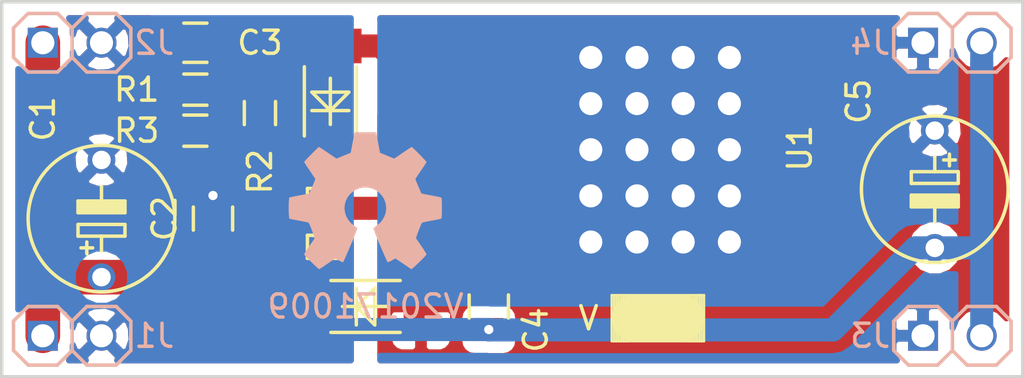
<source format=kicad_pcb>
(kicad_pcb (version 4) (host pcbnew 4.0.7-e2-6376~58~ubuntu17.04.1)

  (general
    (links 48)
    (no_connects 0)
    (area 103.556999 57.836999 147.903001 74.243001)
    (thickness 1.6)
    (drawings 4)
    (tracks 43)
    (zones 0)
    (modules 18)
    (nets 5)
  )

  (page A4)
  (layers
    (0 F.Cu signal)
    (31 B.Cu signal)
    (32 B.Adhes user)
    (33 F.Adhes user)
    (34 B.Paste user)
    (35 F.Paste user)
    (36 B.SilkS user)
    (37 F.SilkS user)
    (38 B.Mask user)
    (39 F.Mask user)
    (40 Dwgs.User user)
    (41 Cmts.User user)
    (42 Eco1.User user)
    (43 Eco2.User user)
    (44 Edge.Cuts user)
    (45 Margin user)
    (46 B.CrtYd user)
    (47 F.CrtYd user)
    (48 B.Fab user)
    (49 F.Fab user)
  )

  (setup
    (last_trace_width 1)
    (user_trace_width 0.2)
    (user_trace_width 0.3)
    (user_trace_width 0.4)
    (user_trace_width 0.6)
    (user_trace_width 0.8)
    (user_trace_width 1)
    (user_trace_width 1.5)
    (user_trace_width 2)
    (trace_clearance 0.2)
    (zone_clearance 0.508)
    (zone_45_only no)
    (trace_min 0.2)
    (segment_width 0.2)
    (edge_width 0.15)
    (via_size 0.6)
    (via_drill 0.4)
    (via_min_size 0.4)
    (via_min_drill 0.3)
    (user_via 0.5 0.3)
    (user_via 0.6 0.4)
    (user_via 0.7 0.5)
    (user_via 0.8 0.6)
    (user_via 1 0.8)
    (user_via 1.3 1)
    (user_via 1.8 1.5)
    (user_via 2.3 2)
    (uvia_size 0.3)
    (uvia_drill 0.1)
    (uvias_allowed no)
    (uvia_min_size 0.2)
    (uvia_min_drill 0.1)
    (pcb_text_width 0.3)
    (pcb_text_size 1.5 1.5)
    (mod_edge_width 0.15)
    (mod_text_size 1 1)
    (mod_text_width 0.15)
    (pad_size 1.35 4.6)
    (pad_drill 0)
    (pad_to_mask_clearance 0.1)
    (aux_axis_origin 0 0)
    (visible_elements FFFFFF7F)
    (pcbplotparams
      (layerselection 0x00030_80000001)
      (usegerberextensions false)
      (excludeedgelayer true)
      (linewidth 0.100000)
      (plotframeref false)
      (viasonmask false)
      (mode 1)
      (useauxorigin false)
      (hpglpennumber 1)
      (hpglpenspeed 20)
      (hpglpendiameter 15)
      (hpglpenoverlay 2)
      (psnegative false)
      (psa4output false)
      (plotreference true)
      (plotvalue true)
      (plotinvisibletext false)
      (padsonsilk false)
      (subtractmaskfromsilk false)
      (outputformat 1)
      (mirror false)
      (drillshape 1)
      (scaleselection 1)
      (outputdirectory ""))
  )

  (net 0 "")
  (net 1 IN)
  (net 2 GND)
  (net 3 ADJ)
  (net 4 OUT)

  (net_class Default "This is the default net class."
    (clearance 0.2)
    (trace_width 0.25)
    (via_dia 0.6)
    (via_drill 0.4)
    (uvia_dia 0.3)
    (uvia_drill 0.1)
    (add_net ADJ)
    (add_net GND)
    (add_net IN)
    (add_net OUT)
  )

  (module SquantorRcl:CPOL-05-06 (layer F.Cu) (tedit 59DBBD21) (tstamp 59DBBC4D)
    (at 107.95 67.31 90)
    (descr "ELECTROLYTIC CAPACITOR")
    (tags "ELECTROLYTIC CAPACITOR")
    (path /59DBADF9)
    (attr virtual)
    (fp_text reference C1 (at 4.318 -2.54 90) (layer F.SilkS)
      (effects (font (size 1 1) (thickness 0.15)))
    )
    (fp_text value CP (at 0 4 90) (layer F.Fab) hide
      (effects (font (size 1 1) (thickness 0.15)))
    )
    (fp_line (start 0.5 -0.8) (end 0.5 0.8) (layer F.SilkS) (width 0.5))
    (fp_line (start 0.254 1.016) (end 0.762 1.016) (layer F.SilkS) (width 0.15))
    (fp_line (start 0.762 1.016) (end 0.762 -1.016) (layer F.SilkS) (width 0.15))
    (fp_line (start 0.254 -1.016) (end 0.762 -1.016) (layer F.SilkS) (width 0.15))
    (fp_line (start 0.254 1.016) (end 0.254 -1.016) (layer F.SilkS) (width 0.15))
    (fp_line (start -1.397 0) (end -0.762 0) (layer F.SilkS) (width 0.15))
    (fp_line (start -0.762 0) (end -0.762 1.016) (layer F.SilkS) (width 0.15))
    (fp_line (start -0.762 1.016) (end -0.254 1.016) (layer F.SilkS) (width 0.15))
    (fp_line (start -0.254 1.016) (end -0.254 -1.016) (layer F.SilkS) (width 0.15))
    (fp_line (start -0.254 -1.016) (end -0.762 -1.016) (layer F.SilkS) (width 0.15))
    (fp_line (start -0.762 -1.016) (end -0.762 0) (layer F.SilkS) (width 0.15))
    (fp_line (start 0.635 0) (end 1.397 0) (layer F.SilkS) (width 0.15))
    (fp_line (start -1.524 -0.635) (end -1.016 -0.635) (layer F.SilkS) (width 0.15))
    (fp_line (start -1.27 -0.381) (end -1.27 -0.889) (layer F.SilkS) (width 0.15))
    (fp_arc (start 0 0) (end -2.8702 -1.35636) (angle 129.3) (layer F.SilkS) (width 0.15))
    (fp_arc (start 0 0) (end 2.8702 1.35636) (angle 129.3) (layer F.SilkS) (width 0.15))
    (fp_arc (start 0 0) (end -2.8702 1.35636) (angle 50.6) (layer F.SilkS) (width 0.15))
    (fp_arc (start 0 0) (end 2.8702 -1.35636) (angle 50.6) (layer F.SilkS) (width 0.15))
    (pad 1 thru_hole circle (at -2.54 0 90) (size 1.2 1.2) (drill 0.8) (layers *.Cu *.Mask)
      (net 1 IN))
    (pad 2 thru_hole circle (at 2.54 0 90) (size 1.2 1.2) (drill 0.8) (layers *.Cu *.Mask)
      (net 2 GND))
  )

  (module SquantorRcl:C_0805 (layer F.Cu) (tedit 59DBBD24) (tstamp 59DBBC53)
    (at 112.776 67.31 90)
    (descr "Capacitor SMD 0805, reflow soldering, AVX (see smccp.pdf)")
    (tags "capacitor 0805")
    (path /59DBADC8)
    (attr smd)
    (fp_text reference C2 (at 0 -2.1 90) (layer F.SilkS)
      (effects (font (size 1 1) (thickness 0.15)))
    )
    (fp_text value C (at 0 2.1 90) (layer F.Fab) hide
      (effects (font (size 1 1) (thickness 0.15)))
    )
    (fp_line (start -1 0.625) (end -1 -0.625) (layer F.Fab) (width 0.15))
    (fp_line (start 1 0.625) (end -1 0.625) (layer F.Fab) (width 0.15))
    (fp_line (start 1 -0.625) (end 1 0.625) (layer F.Fab) (width 0.15))
    (fp_line (start -1 -0.625) (end 1 -0.625) (layer F.Fab) (width 0.15))
    (fp_line (start -1.8 -1) (end 1.8 -1) (layer F.CrtYd) (width 0.05))
    (fp_line (start -1.8 1) (end 1.8 1) (layer F.CrtYd) (width 0.05))
    (fp_line (start -1.8 -1) (end -1.8 1) (layer F.CrtYd) (width 0.05))
    (fp_line (start 1.8 -1) (end 1.8 1) (layer F.CrtYd) (width 0.05))
    (fp_line (start 0.5 -0.85) (end -0.5 -0.85) (layer F.SilkS) (width 0.15))
    (fp_line (start -0.5 0.85) (end 0.5 0.85) (layer F.SilkS) (width 0.15))
    (pad 1 smd rect (at -1 0 90) (size 1 1.25) (layers F.Cu F.Paste F.Mask)
      (net 1 IN))
    (pad 2 smd rect (at 1 0 90) (size 1 1.25) (layers F.Cu F.Paste F.Mask)
      (net 2 GND))
    (model Capacitors_SMD.3dshapes/C_0805.wrl
      (at (xyz 0 0 0))
      (scale (xyz 1 1 1))
      (rotate (xyz 0 0 0))
    )
  )

  (module SquantorRcl:C_0805 (layer F.Cu) (tedit 59DBBD31) (tstamp 59DBBC59)
    (at 112.014 59.69 180)
    (descr "Capacitor SMD 0805, reflow soldering, AVX (see smccp.pdf)")
    (tags "capacitor 0805")
    (path /59DBB16A)
    (attr smd)
    (fp_text reference C3 (at -2.794 0 180) (layer F.SilkS)
      (effects (font (size 1 1) (thickness 0.15)))
    )
    (fp_text value C (at 0 2.1 180) (layer F.Fab) hide
      (effects (font (size 1 1) (thickness 0.15)))
    )
    (fp_line (start -1 0.625) (end -1 -0.625) (layer F.Fab) (width 0.15))
    (fp_line (start 1 0.625) (end -1 0.625) (layer F.Fab) (width 0.15))
    (fp_line (start 1 -0.625) (end 1 0.625) (layer F.Fab) (width 0.15))
    (fp_line (start -1 -0.625) (end 1 -0.625) (layer F.Fab) (width 0.15))
    (fp_line (start -1.8 -1) (end 1.8 -1) (layer F.CrtYd) (width 0.05))
    (fp_line (start -1.8 1) (end 1.8 1) (layer F.CrtYd) (width 0.05))
    (fp_line (start -1.8 -1) (end -1.8 1) (layer F.CrtYd) (width 0.05))
    (fp_line (start 1.8 -1) (end 1.8 1) (layer F.CrtYd) (width 0.05))
    (fp_line (start 0.5 -0.85) (end -0.5 -0.85) (layer F.SilkS) (width 0.15))
    (fp_line (start -0.5 0.85) (end 0.5 0.85) (layer F.SilkS) (width 0.15))
    (pad 1 smd rect (at -1 0 180) (size 1 1.25) (layers F.Cu F.Paste F.Mask)
      (net 3 ADJ))
    (pad 2 smd rect (at 1 0 180) (size 1 1.25) (layers F.Cu F.Paste F.Mask)
      (net 2 GND))
    (model Capacitors_SMD.3dshapes/C_0805.wrl
      (at (xyz 0 0 0))
      (scale (xyz 1 1 1))
      (rotate (xyz 0 0 0))
    )
  )

  (module SquantorRcl:C_0805 (layer F.Cu) (tedit 59DBBD49) (tstamp 59DBBC5F)
    (at 124.714 71.12 270)
    (descr "Capacitor SMD 0805, reflow soldering, AVX (see smccp.pdf)")
    (tags "capacitor 0805")
    (path /59DBB3BF)
    (attr smd)
    (fp_text reference C4 (at 1.016 -2.032 270) (layer F.SilkS)
      (effects (font (size 1 1) (thickness 0.15)))
    )
    (fp_text value C (at 0 2.1 270) (layer F.Fab) hide
      (effects (font (size 1 1) (thickness 0.15)))
    )
    (fp_line (start -1 0.625) (end -1 -0.625) (layer F.Fab) (width 0.15))
    (fp_line (start 1 0.625) (end -1 0.625) (layer F.Fab) (width 0.15))
    (fp_line (start 1 -0.625) (end 1 0.625) (layer F.Fab) (width 0.15))
    (fp_line (start -1 -0.625) (end 1 -0.625) (layer F.Fab) (width 0.15))
    (fp_line (start -1.8 -1) (end 1.8 -1) (layer F.CrtYd) (width 0.05))
    (fp_line (start -1.8 1) (end 1.8 1) (layer F.CrtYd) (width 0.05))
    (fp_line (start -1.8 -1) (end -1.8 1) (layer F.CrtYd) (width 0.05))
    (fp_line (start 1.8 -1) (end 1.8 1) (layer F.CrtYd) (width 0.05))
    (fp_line (start 0.5 -0.85) (end -0.5 -0.85) (layer F.SilkS) (width 0.15))
    (fp_line (start -0.5 0.85) (end 0.5 0.85) (layer F.SilkS) (width 0.15))
    (pad 1 smd rect (at -1 0 270) (size 1 1.25) (layers F.Cu F.Paste F.Mask)
      (net 4 OUT))
    (pad 2 smd rect (at 1 0 270) (size 1 1.25) (layers F.Cu F.Paste F.Mask)
      (net 2 GND))
    (model Capacitors_SMD.3dshapes/C_0805.wrl
      (at (xyz 0 0 0))
      (scale (xyz 1 1 1))
      (rotate (xyz 0 0 0))
    )
  )

  (module SquantorRcl:CPOL-05-06 (layer F.Cu) (tedit 59DBBD52) (tstamp 59DBBC65)
    (at 144.018 66.04 270)
    (descr "ELECTROLYTIC CAPACITOR")
    (tags "ELECTROLYTIC CAPACITOR")
    (path /59DBB41E)
    (attr virtual)
    (fp_text reference C5 (at -3.81 3.302 270) (layer F.SilkS)
      (effects (font (size 1 1) (thickness 0.15)))
    )
    (fp_text value CP (at 0 4 270) (layer F.Fab) hide
      (effects (font (size 1 1) (thickness 0.15)))
    )
    (fp_line (start 0.5 -0.8) (end 0.5 0.8) (layer F.SilkS) (width 0.5))
    (fp_line (start 0.254 1.016) (end 0.762 1.016) (layer F.SilkS) (width 0.15))
    (fp_line (start 0.762 1.016) (end 0.762 -1.016) (layer F.SilkS) (width 0.15))
    (fp_line (start 0.254 -1.016) (end 0.762 -1.016) (layer F.SilkS) (width 0.15))
    (fp_line (start 0.254 1.016) (end 0.254 -1.016) (layer F.SilkS) (width 0.15))
    (fp_line (start -1.397 0) (end -0.762 0) (layer F.SilkS) (width 0.15))
    (fp_line (start -0.762 0) (end -0.762 1.016) (layer F.SilkS) (width 0.15))
    (fp_line (start -0.762 1.016) (end -0.254 1.016) (layer F.SilkS) (width 0.15))
    (fp_line (start -0.254 1.016) (end -0.254 -1.016) (layer F.SilkS) (width 0.15))
    (fp_line (start -0.254 -1.016) (end -0.762 -1.016) (layer F.SilkS) (width 0.15))
    (fp_line (start -0.762 -1.016) (end -0.762 0) (layer F.SilkS) (width 0.15))
    (fp_line (start 0.635 0) (end 1.397 0) (layer F.SilkS) (width 0.15))
    (fp_line (start -1.524 -0.635) (end -1.016 -0.635) (layer F.SilkS) (width 0.15))
    (fp_line (start -1.27 -0.381) (end -1.27 -0.889) (layer F.SilkS) (width 0.15))
    (fp_arc (start 0 0) (end -2.8702 -1.35636) (angle 129.3) (layer F.SilkS) (width 0.15))
    (fp_arc (start 0 0) (end 2.8702 1.35636) (angle 129.3) (layer F.SilkS) (width 0.15))
    (fp_arc (start 0 0) (end -2.8702 1.35636) (angle 50.6) (layer F.SilkS) (width 0.15))
    (fp_arc (start 0 0) (end 2.8702 -1.35636) (angle 50.6) (layer F.SilkS) (width 0.15))
    (pad 1 thru_hole circle (at -2.54 0 270) (size 1.2 1.2) (drill 0.8) (layers *.Cu *.Mask)
      (net 4 OUT))
    (pad 2 thru_hole circle (at 2.54 0 270) (size 1.2 1.2) (drill 0.8) (layers *.Cu *.Mask)
      (net 2 GND))
  )

  (module SquantorDiodes:MELF_D_0207 (layer F.Cu) (tedit 59DBBD3E) (tstamp 59DBBC72)
    (at 119.38 71.12)
    (path /59DBBCD2)
    (fp_text reference D1 (at -1.778 -2.54) (layer F.SilkS)
      (effects (font (size 1 1) (thickness 0.15)))
    )
    (fp_text value D (at 0 2.3) (layer F.Fab) hide
      (effects (font (size 1 1) (thickness 0.15)))
    )
    (fp_line (start 1 0) (end -1 0) (layer F.SilkS) (width 0.15))
    (fp_line (start 0.4 0.8) (end -0.4 0) (layer F.SilkS) (width 0.15))
    (fp_line (start 0.4 -0.8) (end 0.4 0.8) (layer F.SilkS) (width 0.15))
    (fp_line (start -0.4 0) (end 0.4 -0.8) (layer F.SilkS) (width 0.15))
    (fp_line (start -0.4 -0.8) (end -0.4 0.8) (layer F.SilkS) (width 0.15))
    (fp_line (start -1.5 1.125) (end 1.5 1.125) (layer F.SilkS) (width 0.15))
    (fp_line (start -1.5 -1.125) (end 1.5 -1.125) (layer F.SilkS) (width 0.15))
    (pad 1 smd rect (at -2.4 0) (size 1.5 2.7) (layers F.Cu F.Paste F.Mask)
      (net 1 IN))
    (pad 2 smd rect (at 2.4 0) (size 1.5 2.7) (layers F.Cu F.Paste F.Mask)
      (net 4 OUT))
  )

  (module SquantorDiodes:MELF_D_0207 (layer F.Cu) (tedit 59DBBD3B) (tstamp 59DBBC7F)
    (at 117.856 62.23 90)
    (path /59DBBA28)
    (fp_text reference D2 (at -4.318 -0.254 180) (layer F.SilkS)
      (effects (font (size 1 1) (thickness 0.15)))
    )
    (fp_text value D (at 0 2.3 90) (layer F.Fab) hide
      (effects (font (size 1 1) (thickness 0.15)))
    )
    (fp_line (start 1 0) (end -1 0) (layer F.SilkS) (width 0.15))
    (fp_line (start 0.4 0.8) (end -0.4 0) (layer F.SilkS) (width 0.15))
    (fp_line (start 0.4 -0.8) (end 0.4 0.8) (layer F.SilkS) (width 0.15))
    (fp_line (start -0.4 0) (end 0.4 -0.8) (layer F.SilkS) (width 0.15))
    (fp_line (start -0.4 -0.8) (end -0.4 0.8) (layer F.SilkS) (width 0.15))
    (fp_line (start -1.5 1.125) (end 1.5 1.125) (layer F.SilkS) (width 0.15))
    (fp_line (start -1.5 -1.125) (end 1.5 -1.125) (layer F.SilkS) (width 0.15))
    (pad 1 smd rect (at -2.4 0 90) (size 1.5 2.7) (layers F.Cu F.Paste F.Mask)
      (net 4 OUT))
    (pad 2 smd rect (at 2.4 0 90) (size 1.5 2.7) (layers F.Cu F.Paste F.Mask)
      (net 3 ADJ))
  )

  (module SquantorConnectors:Header-0254-1X02-H010 (layer B.Cu) (tedit 59DBBD1B) (tstamp 59DBBC85)
    (at 106.68 72.39)
    (descr "PIN HEADER")
    (tags "PIN HEADER")
    (path /59DBBE19)
    (attr virtual)
    (fp_text reference J1 (at 3.556 0) (layer B.SilkS)
      (effects (font (size 1 1) (thickness 0.15)) (justify mirror))
    )
    (fp_text value PINS_1X02 (at 1.27 -2.54) (layer B.Fab) hide
      (effects (font (size 1 1) (thickness 0.15)) (justify mirror))
    )
    (fp_line (start -1.905 1.27) (end -0.635 1.27) (layer B.SilkS) (width 0.1524))
    (fp_line (start -0.635 1.27) (end 0 0.635) (layer B.SilkS) (width 0.1524))
    (fp_line (start 0 0.635) (end 0 -0.635) (layer B.SilkS) (width 0.1524))
    (fp_line (start 0 -0.635) (end -0.635 -1.27) (layer B.SilkS) (width 0.1524))
    (fp_line (start -2.54 0.635) (end -2.54 -0.635) (layer B.SilkS) (width 0.1524))
    (fp_line (start -1.905 1.27) (end -2.54 0.635) (layer B.SilkS) (width 0.1524))
    (fp_line (start -2.54 -0.635) (end -1.905 -1.27) (layer B.SilkS) (width 0.1524))
    (fp_line (start -0.635 -1.27) (end -1.905 -1.27) (layer B.SilkS) (width 0.1524))
    (fp_line (start 0 0.635) (end 0.635 1.27) (layer B.SilkS) (width 0.1524))
    (fp_line (start 0.635 1.27) (end 1.905 1.27) (layer B.SilkS) (width 0.1524))
    (fp_line (start 1.905 1.27) (end 2.54 0.635) (layer B.SilkS) (width 0.1524))
    (fp_line (start 2.54 0.635) (end 2.54 -0.635) (layer B.SilkS) (width 0.1524))
    (fp_line (start 2.54 -0.635) (end 1.905 -1.27) (layer B.SilkS) (width 0.1524))
    (fp_line (start 1.905 -1.27) (end 0.635 -1.27) (layer B.SilkS) (width 0.1524))
    (fp_line (start 0.635 -1.27) (end 0 -0.635) (layer B.SilkS) (width 0.1524))
    (pad 1 thru_hole rect (at -1.27 0 180) (size 1.3 1.3) (drill 1) (layers *.Cu *.Mask)
      (net 1 IN))
    (pad 2 thru_hole circle (at 1.27 0 180) (size 1.3 1.3) (drill 1) (layers *.Cu *.Mask)
      (net 2 GND))
  )

  (module SquantorConnectors:Header-0254-1X02-H010 (layer B.Cu) (tedit 59DBBD18) (tstamp 59DBBC8B)
    (at 106.68 59.69)
    (descr "PIN HEADER")
    (tags "PIN HEADER")
    (path /59DBBEF8)
    (attr virtual)
    (fp_text reference J2 (at 3.556 0) (layer B.SilkS)
      (effects (font (size 1 1) (thickness 0.15)) (justify mirror))
    )
    (fp_text value PINS_1X02 (at 1.27 -2.54) (layer B.Fab) hide
      (effects (font (size 1 1) (thickness 0.15)) (justify mirror))
    )
    (fp_line (start -1.905 1.27) (end -0.635 1.27) (layer B.SilkS) (width 0.1524))
    (fp_line (start -0.635 1.27) (end 0 0.635) (layer B.SilkS) (width 0.1524))
    (fp_line (start 0 0.635) (end 0 -0.635) (layer B.SilkS) (width 0.1524))
    (fp_line (start 0 -0.635) (end -0.635 -1.27) (layer B.SilkS) (width 0.1524))
    (fp_line (start -2.54 0.635) (end -2.54 -0.635) (layer B.SilkS) (width 0.1524))
    (fp_line (start -1.905 1.27) (end -2.54 0.635) (layer B.SilkS) (width 0.1524))
    (fp_line (start -2.54 -0.635) (end -1.905 -1.27) (layer B.SilkS) (width 0.1524))
    (fp_line (start -0.635 -1.27) (end -1.905 -1.27) (layer B.SilkS) (width 0.1524))
    (fp_line (start 0 0.635) (end 0.635 1.27) (layer B.SilkS) (width 0.1524))
    (fp_line (start 0.635 1.27) (end 1.905 1.27) (layer B.SilkS) (width 0.1524))
    (fp_line (start 1.905 1.27) (end 2.54 0.635) (layer B.SilkS) (width 0.1524))
    (fp_line (start 2.54 0.635) (end 2.54 -0.635) (layer B.SilkS) (width 0.1524))
    (fp_line (start 2.54 -0.635) (end 1.905 -1.27) (layer B.SilkS) (width 0.1524))
    (fp_line (start 1.905 -1.27) (end 0.635 -1.27) (layer B.SilkS) (width 0.1524))
    (fp_line (start 0.635 -1.27) (end 0 -0.635) (layer B.SilkS) (width 0.1524))
    (pad 1 thru_hole rect (at -1.27 0 180) (size 1.3 1.3) (drill 1) (layers *.Cu *.Mask)
      (net 1 IN))
    (pad 2 thru_hole circle (at 1.27 0 180) (size 1.3 1.3) (drill 1) (layers *.Cu *.Mask)
      (net 2 GND))
  )

  (module SquantorConnectors:Header-0254-1X02-H010 (layer B.Cu) (tedit 59DBBD45) (tstamp 59DBBC91)
    (at 144.78 72.39)
    (descr "PIN HEADER")
    (tags "PIN HEADER")
    (path /59DBC497)
    (attr virtual)
    (fp_text reference J3 (at -3.556 0) (layer B.SilkS)
      (effects (font (size 1 1) (thickness 0.15)) (justify mirror))
    )
    (fp_text value PINS_1X02 (at 1.27 -2.54) (layer B.Fab) hide
      (effects (font (size 1 1) (thickness 0.15)) (justify mirror))
    )
    (fp_line (start -1.905 1.27) (end -0.635 1.27) (layer B.SilkS) (width 0.1524))
    (fp_line (start -0.635 1.27) (end 0 0.635) (layer B.SilkS) (width 0.1524))
    (fp_line (start 0 0.635) (end 0 -0.635) (layer B.SilkS) (width 0.1524))
    (fp_line (start 0 -0.635) (end -0.635 -1.27) (layer B.SilkS) (width 0.1524))
    (fp_line (start -2.54 0.635) (end -2.54 -0.635) (layer B.SilkS) (width 0.1524))
    (fp_line (start -1.905 1.27) (end -2.54 0.635) (layer B.SilkS) (width 0.1524))
    (fp_line (start -2.54 -0.635) (end -1.905 -1.27) (layer B.SilkS) (width 0.1524))
    (fp_line (start -0.635 -1.27) (end -1.905 -1.27) (layer B.SilkS) (width 0.1524))
    (fp_line (start 0 0.635) (end 0.635 1.27) (layer B.SilkS) (width 0.1524))
    (fp_line (start 0.635 1.27) (end 1.905 1.27) (layer B.SilkS) (width 0.1524))
    (fp_line (start 1.905 1.27) (end 2.54 0.635) (layer B.SilkS) (width 0.1524))
    (fp_line (start 2.54 0.635) (end 2.54 -0.635) (layer B.SilkS) (width 0.1524))
    (fp_line (start 2.54 -0.635) (end 1.905 -1.27) (layer B.SilkS) (width 0.1524))
    (fp_line (start 1.905 -1.27) (end 0.635 -1.27) (layer B.SilkS) (width 0.1524))
    (fp_line (start 0.635 -1.27) (end 0 -0.635) (layer B.SilkS) (width 0.1524))
    (pad 1 thru_hole rect (at -1.27 0 180) (size 1.3 1.3) (drill 1) (layers *.Cu *.Mask)
      (net 4 OUT))
    (pad 2 thru_hole circle (at 1.27 0 180) (size 1.3 1.3) (drill 1) (layers *.Cu *.Mask)
      (net 2 GND))
  )

  (module SquantorConnectors:Header-0254-1X02-H010 (layer B.Cu) (tedit 59DBBD42) (tstamp 59DBBC97)
    (at 144.78 59.69)
    (descr "PIN HEADER")
    (tags "PIN HEADER")
    (path /59DBC50E)
    (attr virtual)
    (fp_text reference J4 (at -3.556 0) (layer B.SilkS)
      (effects (font (size 1 1) (thickness 0.15)) (justify mirror))
    )
    (fp_text value PINS_1X02 (at 1.27 -2.54) (layer B.Fab) hide
      (effects (font (size 1 1) (thickness 0.15)) (justify mirror))
    )
    (fp_line (start -1.905 1.27) (end -0.635 1.27) (layer B.SilkS) (width 0.1524))
    (fp_line (start -0.635 1.27) (end 0 0.635) (layer B.SilkS) (width 0.1524))
    (fp_line (start 0 0.635) (end 0 -0.635) (layer B.SilkS) (width 0.1524))
    (fp_line (start 0 -0.635) (end -0.635 -1.27) (layer B.SilkS) (width 0.1524))
    (fp_line (start -2.54 0.635) (end -2.54 -0.635) (layer B.SilkS) (width 0.1524))
    (fp_line (start -1.905 1.27) (end -2.54 0.635) (layer B.SilkS) (width 0.1524))
    (fp_line (start -2.54 -0.635) (end -1.905 -1.27) (layer B.SilkS) (width 0.1524))
    (fp_line (start -0.635 -1.27) (end -1.905 -1.27) (layer B.SilkS) (width 0.1524))
    (fp_line (start 0 0.635) (end 0.635 1.27) (layer B.SilkS) (width 0.1524))
    (fp_line (start 0.635 1.27) (end 1.905 1.27) (layer B.SilkS) (width 0.1524))
    (fp_line (start 1.905 1.27) (end 2.54 0.635) (layer B.SilkS) (width 0.1524))
    (fp_line (start 2.54 0.635) (end 2.54 -0.635) (layer B.SilkS) (width 0.1524))
    (fp_line (start 2.54 -0.635) (end 1.905 -1.27) (layer B.SilkS) (width 0.1524))
    (fp_line (start 1.905 -1.27) (end 0.635 -1.27) (layer B.SilkS) (width 0.1524))
    (fp_line (start 0.635 -1.27) (end 0 -0.635) (layer B.SilkS) (width 0.1524))
    (pad 1 thru_hole rect (at -1.27 0 180) (size 1.3 1.3) (drill 1) (layers *.Cu *.Mask)
      (net 4 OUT))
    (pad 2 thru_hole circle (at 1.27 0 180) (size 1.3 1.3) (drill 1) (layers *.Cu *.Mask)
      (net 2 GND))
  )

  (module SquantorRcl:R_0603_hand (layer F.Cu) (tedit 59DBBD38) (tstamp 59DBBC9D)
    (at 112.014 61.722 180)
    (descr "Resistor SMD 0603, reflow soldering, Vishay (see dcrcw.pdf)")
    (tags "resistor 0603")
    (path /59DBB021)
    (attr smd)
    (fp_text reference R1 (at 2.54 0 360) (layer F.SilkS)
      (effects (font (size 1 1) (thickness 0.15)))
    )
    (fp_text value R (at 0 1.9 180) (layer F.Fab) hide
      (effects (font (size 1 1) (thickness 0.15)))
    )
    (fp_line (start -0.8 0.4) (end -0.8 -0.4) (layer F.Fab) (width 0.1))
    (fp_line (start 0.8 0.4) (end -0.8 0.4) (layer F.Fab) (width 0.1))
    (fp_line (start 0.8 -0.4) (end 0.8 0.4) (layer F.Fab) (width 0.1))
    (fp_line (start -0.8 -0.4) (end 0.8 -0.4) (layer F.Fab) (width 0.1))
    (fp_line (start -1.5 -0.8) (end 1.5 -0.8) (layer F.CrtYd) (width 0.05))
    (fp_line (start -1.5 0.8) (end 1.5 0.8) (layer F.CrtYd) (width 0.05))
    (fp_line (start -1.5 -0.8) (end -1.5 0.8) (layer F.CrtYd) (width 0.05))
    (fp_line (start 1.5 -0.8) (end 1.5 0.8) (layer F.CrtYd) (width 0.05))
    (fp_line (start 0.5 0.675) (end -0.5 0.675) (layer F.SilkS) (width 0.15))
    (fp_line (start -0.5 -0.675) (end 0.5 -0.675) (layer F.SilkS) (width 0.15))
    (pad 1 smd rect (at -0.85 0 180) (size 0.7 0.9) (layers F.Cu F.Paste F.Mask)
      (net 3 ADJ))
    (pad 2 smd rect (at 0.85 0 180) (size 0.7 0.9) (layers F.Cu F.Paste F.Mask)
      (net 2 GND))
    (model Resistors_SMD.3dshapes/R_0603.wrl
      (at (xyz 0 0 0))
      (scale (xyz 1 1 1))
      (rotate (xyz 0 0 0))
    )
  )

  (module SquantorRcl:R_0603_hand (layer F.Cu) (tedit 59DBBD2D) (tstamp 59DBBCA3)
    (at 114.808 62.738 90)
    (descr "Resistor SMD 0603, reflow soldering, Vishay (see dcrcw.pdf)")
    (tags "resistor 0603")
    (path /59DBAF75)
    (attr smd)
    (fp_text reference R2 (at -2.54 0 90) (layer F.SilkS)
      (effects (font (size 1 1) (thickness 0.15)))
    )
    (fp_text value 220 (at 0 1.9 90) (layer F.Fab) hide
      (effects (font (size 1 1) (thickness 0.15)))
    )
    (fp_line (start -0.8 0.4) (end -0.8 -0.4) (layer F.Fab) (width 0.1))
    (fp_line (start 0.8 0.4) (end -0.8 0.4) (layer F.Fab) (width 0.1))
    (fp_line (start 0.8 -0.4) (end 0.8 0.4) (layer F.Fab) (width 0.1))
    (fp_line (start -0.8 -0.4) (end 0.8 -0.4) (layer F.Fab) (width 0.1))
    (fp_line (start -1.5 -0.8) (end 1.5 -0.8) (layer F.CrtYd) (width 0.05))
    (fp_line (start -1.5 0.8) (end 1.5 0.8) (layer F.CrtYd) (width 0.05))
    (fp_line (start -1.5 -0.8) (end -1.5 0.8) (layer F.CrtYd) (width 0.05))
    (fp_line (start 1.5 -0.8) (end 1.5 0.8) (layer F.CrtYd) (width 0.05))
    (fp_line (start 0.5 0.675) (end -0.5 0.675) (layer F.SilkS) (width 0.15))
    (fp_line (start -0.5 -0.675) (end 0.5 -0.675) (layer F.SilkS) (width 0.15))
    (pad 1 smd rect (at -0.85 0 90) (size 0.7 0.9) (layers F.Cu F.Paste F.Mask)
      (net 4 OUT))
    (pad 2 smd rect (at 0.85 0 90) (size 0.7 0.9) (layers F.Cu F.Paste F.Mask)
      (net 3 ADJ))
    (model Resistors_SMD.3dshapes/R_0603.wrl
      (at (xyz 0 0 0))
      (scale (xyz 1 1 1))
      (rotate (xyz 0 0 0))
    )
  )

  (module SquantorRcl:R_0603_hand (layer F.Cu) (tedit 59DBBD35) (tstamp 59DBBCA9)
    (at 112.014 63.5 180)
    (descr "Resistor SMD 0603, reflow soldering, Vishay (see dcrcw.pdf)")
    (tags "resistor 0603")
    (path /59DBB07D)
    (attr smd)
    (fp_text reference R3 (at 2.54 0 180) (layer F.SilkS)
      (effects (font (size 1 1) (thickness 0.15)))
    )
    (fp_text value R (at 0 1.9 180) (layer F.Fab) hide
      (effects (font (size 1 1) (thickness 0.15)))
    )
    (fp_line (start -0.8 0.4) (end -0.8 -0.4) (layer F.Fab) (width 0.1))
    (fp_line (start 0.8 0.4) (end -0.8 0.4) (layer F.Fab) (width 0.1))
    (fp_line (start 0.8 -0.4) (end 0.8 0.4) (layer F.Fab) (width 0.1))
    (fp_line (start -0.8 -0.4) (end 0.8 -0.4) (layer F.Fab) (width 0.1))
    (fp_line (start -1.5 -0.8) (end 1.5 -0.8) (layer F.CrtYd) (width 0.05))
    (fp_line (start -1.5 0.8) (end 1.5 0.8) (layer F.CrtYd) (width 0.05))
    (fp_line (start -1.5 -0.8) (end -1.5 0.8) (layer F.CrtYd) (width 0.05))
    (fp_line (start 1.5 -0.8) (end 1.5 0.8) (layer F.CrtYd) (width 0.05))
    (fp_line (start 0.5 0.675) (end -0.5 0.675) (layer F.SilkS) (width 0.15))
    (fp_line (start -0.5 -0.675) (end 0.5 -0.675) (layer F.SilkS) (width 0.15))
    (pad 1 smd rect (at -0.85 0 180) (size 0.7 0.9) (layers F.Cu F.Paste F.Mask)
      (net 3 ADJ))
    (pad 2 smd rect (at 0.85 0 180) (size 0.7 0.9) (layers F.Cu F.Paste F.Mask)
      (net 2 GND))
    (model Resistors_SMD.3dshapes/R_0603.wrl
      (at (xyz 0 0 0))
      (scale (xyz 1 1 1))
      (rotate (xyz 0 0 0))
    )
  )

  (module SquantorIC:TO-263-D2PAK-3-3-viapad (layer F.Cu) (tedit 59DBC49A) (tstamp 59DBBCC5)
    (at 126.128 64.326 270)
    (path /59DBAC0A)
    (fp_text reference U1 (at -0.064 -12.048 270) (layer F.SilkS)
      (effects (font (size 1 1) (thickness 0.15)))
    )
    (fp_text value LM317 (at 0 6.9 270) (layer F.Fab) hide
      (effects (font (size 1 1) (thickness 0.15)))
    )
    (pad 2 smd rect (at 0 -5.7) (size 9.4 10.8) (layers F.Cu F.Paste F.Mask)
      (net 4 OUT) (zone_connect 2))
    (pad 1 smd rect (at -2.54 3.3 90) (size 1.35 4.6) (layers F.Cu F.Paste F.Mask)
      (net 3 ADJ))
    (pad 3 smd rect (at 2.54 3.3 90) (size 1.35 4.6) (layers F.Cu F.Paste F.Mask)
      (net 1 IN))
    (pad 2 thru_hole rect (at -4 -9 90) (size 2 2) (drill 1) (layers *.Cu *.Mask)
      (net 4 OUT) (zone_connect 2))
    (pad 2 thru_hole rect (at -2 -9 90) (size 2 2) (drill 1) (layers *.Cu *.Mask)
      (net 4 OUT) (zone_connect 2))
    (pad 2 thru_hole rect (at 0 -9 90) (size 2 2) (drill 1) (layers *.Cu *.Mask)
      (net 4 OUT) (zone_connect 2))
    (pad 2 thru_hole rect (at 2 -9 90) (size 2 2) (drill 1) (layers *.Cu *.Mask)
      (net 4 OUT) (zone_connect 2))
    (pad 2 thru_hole rect (at 4 -9 90) (size 2 2) (drill 1) (layers *.Cu *.Mask)
      (net 4 OUT) (zone_connect 2))
    (pad 2 thru_hole rect (at -4 -7 90) (size 2 2) (drill 1) (layers *.Cu *.Mask)
      (net 4 OUT) (zone_connect 2))
    (pad 2 thru_hole rect (at -4 -5 90) (size 2 2) (drill 1) (layers *.Cu *.Mask)
      (net 4 OUT) (zone_connect 2))
    (pad 2 thru_hole rect (at -4 -3 90) (size 2 2) (drill 1) (layers *.Cu *.Mask)
      (net 4 OUT) (zone_connect 2))
    (pad 2 thru_hole rect (at -2 -3 90) (size 2 2) (drill 1) (layers *.Cu *.Mask)
      (net 4 OUT) (zone_connect 2))
    (pad 2 thru_hole rect (at 4 -7 90) (size 2 2) (drill 1) (layers *.Cu *.Mask)
      (net 4 OUT) (zone_connect 2))
    (pad 2 thru_hole rect (at 4 -5 90) (size 2 2) (drill 1) (layers *.Cu *.Mask)
      (net 4 OUT) (zone_connect 2))
    (pad 2 thru_hole rect (at 4 -3 90) (size 2 2) (drill 1) (layers *.Cu *.Mask)
      (net 4 OUT) (zone_connect 2))
    (pad 2 thru_hole rect (at 2 -3 90) (size 2 2) (drill 1) (layers *.Cu *.Mask)
      (net 4 OUT) (zone_connect 2))
    (pad 2 thru_hole rect (at 0 -3 90) (size 2 2) (drill 1) (layers *.Cu *.Mask)
      (net 4 OUT) (zone_connect 2))
    (pad 2 thru_hole rect (at -2 -5 90) (size 2 2) (drill 1) (layers *.Cu *.Mask)
      (net 4 OUT) (zone_connect 2))
    (pad 2 thru_hole rect (at -2 -7 90) (size 2 2) (drill 1) (layers *.Cu *.Mask)
      (net 4 OUT) (zone_connect 2))
    (pad 2 thru_hole rect (at 0 -7 90) (size 2 2) (drill 1) (layers *.Cu *.Mask)
      (net 4 OUT) (zone_connect 2))
    (pad 2 thru_hole rect (at 0 -5 90) (size 2 2) (drill 1) (layers *.Cu *.Mask)
      (net 4 OUT) (zone_connect 2))
    (pad 2 thru_hole rect (at 2 -5 90) (size 2 2) (drill 1) (layers *.Cu *.Mask)
      (net 4 OUT) (zone_connect 2))
    (pad 2 thru_hole rect (at 2 -7 90) (size 2 2) (drill 1) (layers *.Cu *.Mask)
      (net 4 OUT) (zone_connect 2))
    (pad 2 smd rect (at 0 3.3 90) (size 1.35 4.6) (layers F.Cu F.Paste F.Mask)
      (net 4 OUT) (zone_connect 2))
  )

  (module SquantorLabels:Label_Note_small (layer F.Cu) (tedit 59D3F481) (tstamp 59DBC687)
    (at 129.032 71.628)
    (path /59DBC6A7)
    (fp_text reference N1 (at -0.05 -2.3) (layer F.Fab) hide
      (effects (font (size 1 1) (thickness 0.15)))
    )
    (fp_text value V (at 0 0) (layer F.SilkS)
      (effects (font (size 1 1) (thickness 0.15)))
    )
    (fp_line (start 4.9 -1) (end 4.9 1) (layer F.SilkS) (width 0.1))
    (fp_line (start 4.8 -1) (end 4.9 -1) (layer F.SilkS) (width 0.1))
    (fp_line (start 4.8 1) (end 4.8 -1) (layer F.SilkS) (width 0.1))
    (fp_line (start 4.7 -1) (end 4.7 1) (layer F.SilkS) (width 0.1))
    (fp_line (start 4.6 1) (end 4.6 -1) (layer F.SilkS) (width 0.1))
    (fp_line (start 4.5 -1) (end 4.5 1) (layer F.SilkS) (width 0.1))
    (fp_line (start 4.4 1) (end 4.4 -1) (layer F.SilkS) (width 0.1))
    (fp_line (start 4.3 -1) (end 4.3 1) (layer F.SilkS) (width 0.1))
    (fp_line (start 1.7 1) (end 1.7 -1) (layer F.SilkS) (width 0.1))
    (fp_line (start 1.6 -1) (end 1.6 1) (layer F.SilkS) (width 0.1))
    (fp_line (start 1.5 1) (end 1.5 -1) (layer F.SilkS) (width 0.1))
    (fp_line (start 1.4 -1) (end 1.4 1) (layer F.SilkS) (width 0.1))
    (fp_line (start 1.3 1) (end 1.3 -1) (layer F.SilkS) (width 0.1))
    (fp_line (start 1.2 -1) (end 1.2 1) (layer F.SilkS) (width 0.1))
    (fp_line (start 1.1 1) (end 1.1 -1) (layer F.SilkS) (width 0.1))
    (fp_line (start 1 1) (end 1 -1) (layer F.SilkS) (width 0.1))
    (fp_line (start 5 1) (end 1 1) (layer F.SilkS) (width 0.1))
    (fp_line (start 5 -1) (end 5 1) (layer F.SilkS) (width 0.1))
    (fp_line (start 1 -1) (end 5 -1) (layer F.SilkS) (width 0.1))
    (fp_line (start 2 0) (end 4 0) (layer F.SilkS) (width 2))
  )

  (module Symbols:OSHW-Symbol_6.7x6mm_SilkScreen (layer B.Cu) (tedit 0) (tstamp 59DBC68B)
    (at 119.38 66.548 180)
    (descr "Open Source Hardware Symbol")
    (tags "Logo Symbol OSHW")
    (path /59DBC620)
    (attr virtual)
    (fp_text reference N2 (at 0 0 180) (layer B.SilkS) hide
      (effects (font (size 1 1) (thickness 0.15)) (justify mirror))
    )
    (fp_text value OHWLOGO (at 0.75 0 180) (layer B.Fab) hide
      (effects (font (size 1 1) (thickness 0.15)) (justify mirror))
    )
    (fp_poly (pts (xy 0.555814 2.531069) (xy 0.639635 2.086445) (xy 0.94892 1.958947) (xy 1.258206 1.831449)
      (xy 1.629246 2.083754) (xy 1.733157 2.154004) (xy 1.827087 2.216728) (xy 1.906652 2.269062)
      (xy 1.96747 2.308143) (xy 2.005157 2.331107) (xy 2.015421 2.336058) (xy 2.03391 2.323324)
      (xy 2.07342 2.288118) (xy 2.129522 2.234938) (xy 2.197787 2.168282) (xy 2.273786 2.092646)
      (xy 2.353092 2.012528) (xy 2.431275 1.932426) (xy 2.503907 1.856836) (xy 2.566559 1.790255)
      (xy 2.614803 1.737182) (xy 2.64421 1.702113) (xy 2.651241 1.690377) (xy 2.641123 1.66874)
      (xy 2.612759 1.621338) (xy 2.569129 1.552807) (xy 2.513218 1.467785) (xy 2.448006 1.370907)
      (xy 2.410219 1.31565) (xy 2.341343 1.214752) (xy 2.28014 1.123701) (xy 2.229578 1.04703)
      (xy 2.192628 0.989272) (xy 2.172258 0.954957) (xy 2.169197 0.947746) (xy 2.176136 0.927252)
      (xy 2.195051 0.879487) (xy 2.223087 0.811168) (xy 2.257391 0.729011) (xy 2.295109 0.63973)
      (xy 2.333387 0.550042) (xy 2.36937 0.466662) (xy 2.400206 0.396306) (xy 2.423039 0.34569)
      (xy 2.435017 0.321529) (xy 2.435724 0.320578) (xy 2.454531 0.315964) (xy 2.504618 0.305672)
      (xy 2.580793 0.290713) (xy 2.677865 0.272099) (xy 2.790643 0.250841) (xy 2.856442 0.238582)
      (xy 2.97695 0.215638) (xy 3.085797 0.193805) (xy 3.177476 0.174278) (xy 3.246481 0.158252)
      (xy 3.287304 0.146921) (xy 3.295511 0.143326) (xy 3.303548 0.118994) (xy 3.310033 0.064041)
      (xy 3.31497 -0.015108) (xy 3.318364 -0.112026) (xy 3.320218 -0.220287) (xy 3.320538 -0.333465)
      (xy 3.319327 -0.445135) (xy 3.31659 -0.548868) (xy 3.312331 -0.638241) (xy 3.306555 -0.706826)
      (xy 3.299267 -0.748197) (xy 3.294895 -0.75681) (xy 3.268764 -0.767133) (xy 3.213393 -0.781892)
      (xy 3.136107 -0.799352) (xy 3.04423 -0.81778) (xy 3.012158 -0.823741) (xy 2.857524 -0.852066)
      (xy 2.735375 -0.874876) (xy 2.641673 -0.89308) (xy 2.572384 -0.907583) (xy 2.523471 -0.919292)
      (xy 2.490897 -0.929115) (xy 2.470628 -0.937956) (xy 2.458626 -0.946724) (xy 2.456947 -0.948457)
      (xy 2.440184 -0.976371) (xy 2.414614 -1.030695) (xy 2.382788 -1.104777) (xy 2.34726 -1.191965)
      (xy 2.310583 -1.285608) (xy 2.275311 -1.379052) (xy 2.243996 -1.465647) (xy 2.219193 -1.53874)
      (xy 2.203454 -1.591678) (xy 2.199332 -1.617811) (xy 2.199676 -1.618726) (xy 2.213641 -1.640086)
      (xy 2.245322 -1.687084) (xy 2.291391 -1.754827) (xy 2.348518 -1.838423) (xy 2.413373 -1.932982)
      (xy 2.431843 -1.959854) (xy 2.497699 -2.057275) (xy 2.55565 -2.146163) (xy 2.602538 -2.221412)
      (xy 2.635207 -2.27792) (xy 2.6505 -2.310581) (xy 2.651241 -2.314593) (xy 2.638392 -2.335684)
      (xy 2.602888 -2.377464) (xy 2.549293 -2.435445) (xy 2.482171 -2.505135) (xy 2.406087 -2.582045)
      (xy 2.325604 -2.661683) (xy 2.245287 -2.739561) (xy 2.169699 -2.811186) (xy 2.103405 -2.87207)
      (xy 2.050969 -2.917721) (xy 2.016955 -2.94365) (xy 2.007545 -2.947883) (xy 1.985643 -2.937912)
      (xy 1.9408 -2.91102) (xy 1.880321 -2.871736) (xy 1.833789 -2.840117) (xy 1.749475 -2.782098)
      (xy 1.649626 -2.713784) (xy 1.549473 -2.645579) (xy 1.495627 -2.609075) (xy 1.313371 -2.4858)
      (xy 1.160381 -2.56852) (xy 1.090682 -2.604759) (xy 1.031414 -2.632926) (xy 0.991311 -2.648991)
      (xy 0.981103 -2.651226) (xy 0.968829 -2.634722) (xy 0.944613 -2.588082) (xy 0.910263 -2.515609)
      (xy 0.867588 -2.421606) (xy 0.818394 -2.310374) (xy 0.76449 -2.186215) (xy 0.707684 -2.053432)
      (xy 0.649782 -1.916327) (xy 0.592593 -1.779202) (xy 0.537924 -1.646358) (xy 0.487584 -1.522098)
      (xy 0.44338 -1.410725) (xy 0.407119 -1.316539) (xy 0.380609 -1.243844) (xy 0.365658 -1.196941)
      (xy 0.363254 -1.180833) (xy 0.382311 -1.160286) (xy 0.424036 -1.126933) (xy 0.479706 -1.087702)
      (xy 0.484378 -1.084599) (xy 0.628264 -0.969423) (xy 0.744283 -0.835053) (xy 0.83143 -0.685784)
      (xy 0.888699 -0.525913) (xy 0.915086 -0.359737) (xy 0.909585 -0.191552) (xy 0.87119 -0.025655)
      (xy 0.798895 0.133658) (xy 0.777626 0.168513) (xy 0.666996 0.309263) (xy 0.536302 0.422286)
      (xy 0.390064 0.506997) (xy 0.232808 0.562806) (xy 0.069057 0.589126) (xy -0.096667 0.58537)
      (xy -0.259838 0.55095) (xy -0.415935 0.485277) (xy -0.560433 0.387765) (xy -0.605131 0.348187)
      (xy -0.718888 0.224297) (xy -0.801782 0.093876) (xy -0.858644 -0.052315) (xy -0.890313 -0.197088)
      (xy -0.898131 -0.35986) (xy -0.872062 -0.52344) (xy -0.814755 -0.682298) (xy -0.728856 -0.830906)
      (xy -0.617014 -0.963735) (xy -0.481877 -1.075256) (xy -0.464117 -1.087011) (xy -0.40785 -1.125508)
      (xy -0.365077 -1.158863) (xy -0.344628 -1.18016) (xy -0.344331 -1.180833) (xy -0.348721 -1.203871)
      (xy -0.366124 -1.256157) (xy -0.394732 -1.33339) (xy -0.432735 -1.431268) (xy -0.478326 -1.545491)
      (xy -0.529697 -1.671758) (xy -0.585038 -1.805767) (xy -0.642542 -1.943218) (xy -0.700399 -2.079808)
      (xy -0.756802 -2.211237) (xy -0.809942 -2.333205) (xy -0.85801 -2.441409) (xy -0.899199 -2.531549)
      (xy -0.931699 -2.599323) (xy -0.953703 -2.64043) (xy -0.962564 -2.651226) (xy -0.98964 -2.642819)
      (xy -1.040303 -2.620272) (xy -1.105817 -2.587613) (xy -1.141841 -2.56852) (xy -1.294832 -2.4858)
      (xy -1.477088 -2.609075) (xy -1.570125 -2.672228) (xy -1.671985 -2.741727) (xy -1.767438 -2.807165)
      (xy -1.81525 -2.840117) (xy -1.882495 -2.885273) (xy -1.939436 -2.921057) (xy -1.978646 -2.942938)
      (xy -1.991381 -2.947563) (xy -2.009917 -2.935085) (xy -2.050941 -2.900252) (xy -2.110475 -2.846678)
      (xy -2.184542 -2.777983) (xy -2.269165 -2.697781) (xy -2.322685 -2.646286) (xy -2.416319 -2.554286)
      (xy -2.497241 -2.471999) (xy -2.562177 -2.402945) (xy -2.607858 -2.350644) (xy -2.631011 -2.318616)
      (xy -2.633232 -2.312116) (xy -2.622924 -2.287394) (xy -2.594439 -2.237405) (xy -2.550937 -2.167212)
      (xy -2.495577 -2.081875) (xy -2.43152 -1.986456) (xy -2.413303 -1.959854) (xy -2.346927 -1.863167)
      (xy -2.287378 -1.776117) (xy -2.237984 -1.703595) (xy -2.202075 -1.650493) (xy -2.182981 -1.621703)
      (xy -2.181136 -1.618726) (xy -2.183895 -1.595782) (xy -2.198538 -1.545336) (xy -2.222513 -1.474041)
      (xy -2.253266 -1.388547) (xy -2.288244 -1.295507) (xy -2.324893 -1.201574) (xy -2.360661 -1.113399)
      (xy -2.392994 -1.037634) (xy -2.419338 -0.980931) (xy -2.437142 -0.949943) (xy -2.438407 -0.948457)
      (xy -2.449294 -0.939601) (xy -2.467682 -0.930843) (xy -2.497606 -0.921277) (xy -2.543103 -0.909996)
      (xy -2.608209 -0.896093) (xy -2.696961 -0.878663) (xy -2.813393 -0.856798) (xy -2.961542 -0.829591)
      (xy -2.993618 -0.823741) (xy -3.088686 -0.805374) (xy -3.171565 -0.787405) (xy -3.23493 -0.771569)
      (xy -3.271458 -0.7596) (xy -3.276356 -0.75681) (xy -3.284427 -0.732072) (xy -3.290987 -0.67679)
      (xy -3.296033 -0.597389) (xy -3.299559 -0.500296) (xy -3.301561 -0.391938) (xy -3.302036 -0.27874)
      (xy -3.300977 -0.167128) (xy -3.298382 -0.063529) (xy -3.294246 0.025632) (xy -3.288563 0.093928)
      (xy -3.281331 0.134934) (xy -3.276971 0.143326) (xy -3.252698 0.151792) (xy -3.197426 0.165565)
      (xy -3.116662 0.18345) (xy -3.015912 0.204252) (xy -2.900683 0.226777) (xy -2.837902 0.238582)
      (xy -2.718787 0.260849) (xy -2.612565 0.281021) (xy -2.524427 0.298085) (xy -2.459566 0.311031)
      (xy -2.423174 0.318845) (xy -2.417184 0.320578) (xy -2.407061 0.34011) (xy -2.385662 0.387157)
      (xy -2.355839 0.454997) (xy -2.320445 0.536909) (xy -2.282332 0.626172) (xy -2.244353 0.716065)
      (xy -2.20936 0.799865) (xy -2.180206 0.870853) (xy -2.159743 0.922306) (xy -2.150823 0.947503)
      (xy -2.150657 0.948604) (xy -2.160769 0.968481) (xy -2.189117 1.014223) (xy -2.232723 1.081283)
      (xy -2.288606 1.165116) (xy -2.353787 1.261174) (xy -2.391679 1.31635) (xy -2.460725 1.417519)
      (xy -2.52205 1.50937) (xy -2.572663 1.587256) (xy -2.609571 1.646531) (xy -2.629782 1.682549)
      (xy -2.632701 1.690623) (xy -2.620153 1.709416) (xy -2.585463 1.749543) (xy -2.533063 1.806507)
      (xy -2.467384 1.875815) (xy -2.392856 1.952969) (xy -2.313913 2.033475) (xy -2.234983 2.112837)
      (xy -2.1605 2.18656) (xy -2.094894 2.250148) (xy -2.042596 2.299106) (xy -2.008039 2.328939)
      (xy -1.996478 2.336058) (xy -1.977654 2.326047) (xy -1.932631 2.297922) (xy -1.865787 2.254546)
      (xy -1.781499 2.198782) (xy -1.684144 2.133494) (xy -1.610707 2.083754) (xy -1.239667 1.831449)
      (xy -0.621095 2.086445) (xy -0.537275 2.531069) (xy -0.453454 2.975693) (xy 0.471994 2.975693)
      (xy 0.555814 2.531069)) (layer B.SilkS) (width 0.01))
  )

  (module SquantorLabels:Label_version (layer F.Cu) (tedit 59D3ED5E) (tstamp 59DBC68F)
    (at 119.38 71.12)
    (path /59DBC5A7)
    (fp_text reference N3 (at 0 2) (layer F.Fab) hide
      (effects (font (size 1 1) (thickness 0.15)))
    )
    (fp_text value V20171009 (at 0 0) (layer B.SilkS)
      (effects (font (size 1 1) (thickness 0.15)) (justify mirror))
    )
  )

  (gr_line (start 147.828 74.168) (end 103.632 74.168) (angle 90) (layer Edge.Cuts) (width 0.15))
  (gr_line (start 147.828 57.912) (end 147.828 74.168) (angle 90) (layer Edge.Cuts) (width 0.15))
  (gr_line (start 103.632 57.912) (end 147.828 57.912) (angle 90) (layer Edge.Cuts) (width 0.15))
  (gr_line (start 103.632 74.168) (end 103.632 57.912) (angle 90) (layer Edge.Cuts) (width 0.15))

  (segment (start 122.828 66.866) (end 119.528 66.866) (width 1) (layer F.Cu) (net 1))
  (segment (start 119.528 66.866) (end 118.3 66.866) (width 1) (layer F.Cu) (net 1))
  (segment (start 105.41 59.69) (end 105.41 70.24) (width 1.5) (layer F.Cu) (net 1))
  (segment (start 107.95 69.85) (end 112.776 69.85) (width 1.5) (layer F.Cu) (net 1))
  (segment (start 112.776 69.85) (end 115.316 69.85) (width 1.5) (layer F.Cu) (net 1))
  (segment (start 112.776 68.31) (end 112.776 69.85) (width 1) (layer F.Cu) (net 1))
  (segment (start 116.762 71.12) (end 115.492 69.85) (width 1.5) (layer F.Cu) (net 1))
  (segment (start 115.492 69.85) (end 115.316 69.85) (width 1.5) (layer F.Cu) (net 1))
  (segment (start 115.316 69.85) (end 118.3 66.866) (width 1.5) (layer F.Cu) (net 1))
  (segment (start 105.8 69.85) (end 107.95 69.85) (width 1.5) (layer F.Cu) (net 1))
  (segment (start 105.41 72.39) (end 105.41 70.24) (width 1.5) (layer F.Cu) (net 1))
  (segment (start 105.41 70.24) (end 105.8 69.85) (width 1.5) (layer F.Cu) (net 1))
  (segment (start 112.776 71.374) (end 112.776 66.31) (width 1) (layer B.Cu) (net 2))
  (via (at 112.776 66.31) (size 0.6) (drill 0.4) (layers F.Cu B.Cu) (net 2))
  (segment (start 113.522 72.12) (end 112.776 71.374) (width 1) (layer B.Cu) (net 2))
  (segment (start 124.714 72.12) (end 113.522 72.12) (width 1) (layer B.Cu) (net 2))
  (segment (start 139.613472 72.136) (end 124.73 72.136) (width 1) (layer B.Cu) (net 2))
  (segment (start 124.73 72.136) (end 124.714 72.12) (width 1) (layer B.Cu) (net 2))
  (via (at 124.714 72.12) (size 0.6) (drill 0.4) (layers F.Cu B.Cu) (net 2))
  (segment (start 144.018 68.58) (end 143.169472 68.58) (width 1) (layer B.Cu) (net 2))
  (segment (start 143.169472 68.58) (end 139.613472 72.136) (width 1) (layer B.Cu) (net 2))
  (segment (start 146.05 60.609238) (end 146.05 68.58) (width 1) (layer B.Cu) (net 2))
  (segment (start 146.05 68.58) (end 146.05 72.39) (width 1) (layer B.Cu) (net 2))
  (segment (start 144.018 68.58) (end 146.05 68.58) (width 1) (layer B.Cu) (net 2))
  (segment (start 146.05 59.69) (end 146.05 60.609238) (width 1) (layer B.Cu) (net 2))
  (segment (start 113.958 61.888) (end 113.958 61.866) (width 0.6) (layer F.Cu) (net 3))
  (segment (start 113.958 61.866) (end 113.814 61.722) (width 0.6) (layer F.Cu) (net 3))
  (segment (start 113.814 61.722) (end 112.864 61.722) (width 0.6) (layer F.Cu) (net 3))
  (segment (start 114.808 61.888) (end 113.958 61.888) (width 0.6) (layer F.Cu) (net 3))
  (segment (start 112.864 61.126) (end 113.014 60.976) (width 0.6) (layer F.Cu) (net 3))
  (segment (start 113.014 60.976) (end 113.014 59.69) (width 0.6) (layer F.Cu) (net 3))
  (segment (start 112.864 61.722) (end 112.864 61.126) (width 0.6) (layer F.Cu) (net 3))
  (segment (start 112.864 63.5) (end 112.864 61.722) (width 0.6) (layer F.Cu) (net 3))
  (segment (start 117.856 59.83) (end 113.154 59.83) (width 1) (layer F.Cu) (net 3))
  (segment (start 113.154 59.83) (end 113.014 59.69) (width 1) (layer F.Cu) (net 3))
  (segment (start 122.828 61.786) (end 121.984 61.786) (width 1) (layer F.Cu) (net 3))
  (segment (start 121.984 61.786) (end 120.028 59.83) (width 1) (layer F.Cu) (net 3))
  (segment (start 120.028 59.83) (end 117.856 59.83) (width 1) (layer F.Cu) (net 3))
  (segment (start 117.856 64.63) (end 122.524 64.63) (width 1) (layer F.Cu) (net 4))
  (segment (start 122.524 64.63) (end 122.828 64.326) (width 1) (layer F.Cu) (net 4))
  (segment (start 117.856 64.63) (end 114.9 64.63) (width 0.6) (layer F.Cu) (net 4))
  (segment (start 114.9 64.63) (end 114.808 64.538) (width 0.6) (layer F.Cu) (net 4))
  (segment (start 114.808 64.538) (end 114.808 63.588) (width 0.6) (layer F.Cu) (net 4))

  (zone (net 4) (net_name OUT) (layer F.Cu) (tstamp 0) (hatch edge 0.508)
    (connect_pads (clearance 0.508))
    (min_thickness 0.254)
    (fill yes (arc_segments 16) (thermal_gap 0.508) (thermal_bridge_width 0.508))
    (polygon
      (pts
        (xy 147.828 57.912) (xy 119.888 57.912) (xy 119.888 74.168) (xy 147.828 74.168)
      )
    )
    (filled_polygon
      (pts
        (xy 142.321673 58.680301) (xy 142.225 58.91369) (xy 142.225 59.40425) (xy 142.38375 59.563) (xy 143.383 59.563)
        (xy 143.383 59.543) (xy 143.637 59.543) (xy 143.637 59.563) (xy 143.657 59.563) (xy 143.657 59.817)
        (xy 143.637 59.817) (xy 143.637 60.81625) (xy 143.79575 60.975) (xy 144.286309 60.975) (xy 144.519698 60.878327)
        (xy 144.698327 60.699699) (xy 144.795 60.46631) (xy 144.795 60.017626) (xy 144.959995 60.416943) (xy 145.321155 60.778735)
        (xy 145.793276 60.974777) (xy 146.304481 60.975223) (xy 146.776943 60.780005) (xy 147.118 60.439544) (xy 147.118 71.641013)
        (xy 146.778845 71.301265) (xy 146.306724 71.105223) (xy 145.795519 71.104777) (xy 145.323057 71.299995) (xy 144.961265 71.661155)
        (xy 144.795 72.061565) (xy 144.795 71.61369) (xy 144.698327 71.380301) (xy 144.519698 71.201673) (xy 144.286309 71.105)
        (xy 143.79575 71.105) (xy 143.637 71.26375) (xy 143.637 72.263) (xy 143.657 72.263) (xy 143.657 72.517)
        (xy 143.637 72.517) (xy 143.637 72.537) (xy 143.383 72.537) (xy 143.383 72.517) (xy 142.38375 72.517)
        (xy 142.225 72.67575) (xy 142.225 73.16631) (xy 142.321673 73.399699) (xy 142.379974 73.458) (xy 120.015 73.458)
        (xy 120.015 71.40575) (xy 120.395 71.40575) (xy 120.395 72.59631) (xy 120.491673 72.829699) (xy 120.670302 73.008327)
        (xy 120.903691 73.105) (xy 121.49425 73.105) (xy 121.653 72.94625) (xy 121.653 71.247) (xy 121.907 71.247)
        (xy 121.907 72.94625) (xy 122.06575 73.105) (xy 122.656309 73.105) (xy 122.889698 73.008327) (xy 123.068327 72.829699)
        (xy 123.165 72.59631) (xy 123.165 71.62) (xy 123.44156 71.62) (xy 123.44156 72.62) (xy 123.485838 72.855317)
        (xy 123.62491 73.071441) (xy 123.83711 73.216431) (xy 124.089 73.26744) (xy 125.339 73.26744) (xy 125.574317 73.223162)
        (xy 125.790441 73.08409) (xy 125.935431 72.87189) (xy 125.98644 72.62) (xy 125.98644 71.62) (xy 125.985253 71.61369)
        (xy 142.225 71.61369) (xy 142.225 72.10425) (xy 142.38375 72.263) (xy 143.383 72.263) (xy 143.383 71.26375)
        (xy 143.22425 71.105) (xy 142.733691 71.105) (xy 142.500302 71.201673) (xy 142.321673 71.380301) (xy 142.225 71.61369)
        (xy 125.985253 71.61369) (xy 125.942162 71.384683) (xy 125.80309 71.168559) (xy 125.734994 71.122031) (xy 125.877327 70.979698)
        (xy 125.974 70.746309) (xy 125.974 70.40575) (xy 125.81525 70.247) (xy 124.841 70.247) (xy 124.841 70.267)
        (xy 124.587 70.267) (xy 124.587 70.247) (xy 123.61275 70.247) (xy 123.454 70.40575) (xy 123.454 70.746309)
        (xy 123.550673 70.979698) (xy 123.69191 71.120936) (xy 123.637559 71.15591) (xy 123.492569 71.36811) (xy 123.44156 71.62)
        (xy 123.165 71.62) (xy 123.165 71.40575) (xy 123.00625 71.247) (xy 121.907 71.247) (xy 121.653 71.247)
        (xy 120.55375 71.247) (xy 120.395 71.40575) (xy 120.015 71.40575) (xy 120.015 69.64369) (xy 120.395 69.64369)
        (xy 120.395 70.83425) (xy 120.55375 70.993) (xy 121.653 70.993) (xy 121.653 69.29375) (xy 121.907 69.29375)
        (xy 121.907 70.993) (xy 123.00625 70.993) (xy 123.165 70.83425) (xy 123.165 69.64369) (xy 123.102869 69.493691)
        (xy 123.454 69.493691) (xy 123.454 69.83425) (xy 123.61275 69.993) (xy 124.587 69.993) (xy 124.587 69.14375)
        (xy 124.841 69.14375) (xy 124.841 69.993) (xy 125.81525 69.993) (xy 125.974 69.83425) (xy 125.974 69.493691)
        (xy 125.877327 69.260302) (xy 125.698699 69.081673) (xy 125.46531 68.985) (xy 124.99975 68.985) (xy 124.841 69.14375)
        (xy 124.587 69.14375) (xy 124.42825 68.985) (xy 123.96269 68.985) (xy 123.729301 69.081673) (xy 123.550673 69.260302)
        (xy 123.454 69.493691) (xy 123.102869 69.493691) (xy 123.068327 69.410301) (xy 122.889698 69.231673) (xy 122.656309 69.135)
        (xy 122.06575 69.135) (xy 121.907 69.29375) (xy 121.653 69.29375) (xy 121.49425 69.135) (xy 120.903691 69.135)
        (xy 120.670302 69.231673) (xy 120.491673 69.410301) (xy 120.395 69.64369) (xy 120.015 69.64369) (xy 120.015 68.824579)
        (xy 142.782786 68.824579) (xy 142.970408 69.278657) (xy 143.317515 69.626371) (xy 143.771266 69.814785) (xy 144.262579 69.815214)
        (xy 144.716657 69.627592) (xy 145.064371 69.280485) (xy 145.252785 68.826734) (xy 145.253214 68.335421) (xy 145.065592 67.881343)
        (xy 144.718485 67.533629) (xy 144.264734 67.345215) (xy 143.773421 67.344786) (xy 143.319343 67.532408) (xy 142.971629 67.879515)
        (xy 142.783215 68.333266) (xy 142.782786 68.824579) (xy 120.015 68.824579) (xy 120.015 68.001) (xy 120.076437 68.001)
        (xy 120.27611 68.137431) (xy 120.528 68.18844) (xy 125.128 68.18844) (xy 125.363317 68.144162) (xy 125.579441 68.00509)
        (xy 125.724431 67.79289) (xy 125.77544 67.541) (xy 125.77544 66.191) (xy 125.731162 65.955683) (xy 125.59209 65.739559)
        (xy 125.37989 65.594569) (xy 125.128 65.54356) (xy 120.528 65.54356) (xy 120.292683 65.587838) (xy 120.076559 65.72691)
        (xy 120.073764 65.731) (xy 120.015 65.731) (xy 120.015 64.362735) (xy 143.33487 64.362735) (xy 143.384383 64.588164)
        (xy 143.849036 64.747807) (xy 144.339413 64.717482) (xy 144.651617 64.588164) (xy 144.70113 64.362735) (xy 144.018 63.679605)
        (xy 143.33487 64.362735) (xy 120.015 64.362735) (xy 120.015 63.331036) (xy 142.770193 63.331036) (xy 142.800518 63.821413)
        (xy 142.929836 64.133617) (xy 143.155265 64.18313) (xy 143.838395 63.5) (xy 144.197605 63.5) (xy 144.880735 64.18313)
        (xy 145.106164 64.133617) (xy 145.265807 63.668964) (xy 145.235482 63.178587) (xy 145.106164 62.866383) (xy 144.880735 62.81687)
        (xy 144.197605 63.5) (xy 143.838395 63.5) (xy 143.155265 62.81687) (xy 142.929836 62.866383) (xy 142.770193 63.331036)
        (xy 120.015 63.331036) (xy 120.015 62.836433) (xy 120.06391 62.912441) (xy 120.27611 63.057431) (xy 120.528 63.10844)
        (xy 125.128 63.10844) (xy 125.363317 63.064162) (xy 125.579441 62.92509) (xy 125.724431 62.71289) (xy 125.739745 62.637265)
        (xy 143.33487 62.637265) (xy 144.018 63.320395) (xy 144.70113 62.637265) (xy 144.651617 62.411836) (xy 144.186964 62.252193)
        (xy 143.696587 62.282518) (xy 143.384383 62.411836) (xy 143.33487 62.637265) (xy 125.739745 62.637265) (xy 125.77544 62.461)
        (xy 125.77544 61.111) (xy 125.731162 60.875683) (xy 125.59209 60.659559) (xy 125.37989 60.514569) (xy 125.128 60.46356)
        (xy 122.266692 60.46356) (xy 121.778882 59.97575) (xy 142.225 59.97575) (xy 142.225 60.46631) (xy 142.321673 60.699699)
        (xy 142.500302 60.878327) (xy 142.733691 60.975) (xy 143.22425 60.975) (xy 143.383 60.81625) (xy 143.383 59.817)
        (xy 142.38375 59.817) (xy 142.225 59.97575) (xy 121.778882 59.97575) (xy 120.830566 59.027434) (xy 120.734219 58.963057)
        (xy 120.462346 58.781397) (xy 120.028 58.695) (xy 120.015 58.695) (xy 120.015 58.622) (xy 142.379974 58.622)
      )
    )
  )
  (zone (net 4) (net_name OUT) (layer B.Cu) (tstamp 0) (hatch edge 0.508)
    (connect_pads (clearance 0.508))
    (min_thickness 0.254)
    (fill yes (arc_segments 16) (thermal_gap 0.508) (thermal_bridge_width 0.508))
    (polygon
      (pts
        (xy 147.828 57.912) (xy 119.888 57.912) (xy 119.888 74.168) (xy 147.828 74.168)
      )
    )
    (filled_polygon
      (pts
        (xy 144.915 71.772573) (xy 144.795 72.061565) (xy 144.795 71.61369) (xy 144.698327 71.380301) (xy 144.519698 71.201673)
        (xy 144.286309 71.105) (xy 143.79575 71.105) (xy 143.637 71.26375) (xy 143.637 72.263) (xy 143.657 72.263)
        (xy 143.657 72.517) (xy 143.637 72.517) (xy 143.637 72.537) (xy 143.383 72.537) (xy 143.383 72.517)
        (xy 142.38375 72.517) (xy 142.225 72.67575) (xy 142.225 73.16631) (xy 142.321673 73.399699) (xy 142.379974 73.458)
        (xy 120.015 73.458) (xy 120.015 73.255) (xy 124.649563 73.255) (xy 124.73 73.271) (xy 139.613472 73.271)
        (xy 140.047818 73.184603) (xy 140.416038 72.938566) (xy 141.740914 71.61369) (xy 142.225 71.61369) (xy 142.225 72.10425)
        (xy 142.38375 72.263) (xy 143.383 72.263) (xy 143.383 71.26375) (xy 143.22425 71.105) (xy 142.733691 71.105)
        (xy 142.500302 71.201673) (xy 142.321673 71.380301) (xy 142.225 71.61369) (xy 141.740914 71.61369) (xy 143.607727 69.746877)
        (xy 143.771266 69.814785) (xy 144.262579 69.815214) (xy 144.505114 69.715) (xy 144.915 69.715)
      )
    )
    (filled_polygon
      (pts
        (xy 142.321673 58.680301) (xy 142.225 58.91369) (xy 142.225 59.40425) (xy 142.38375 59.563) (xy 143.383 59.563)
        (xy 143.383 59.543) (xy 143.637 59.543) (xy 143.637 59.563) (xy 143.657 59.563) (xy 143.657 59.817)
        (xy 143.637 59.817) (xy 143.637 60.81625) (xy 143.79575 60.975) (xy 144.286309 60.975) (xy 144.519698 60.878327)
        (xy 144.698327 60.699699) (xy 144.795 60.46631) (xy 144.795 60.017626) (xy 144.915 60.308047) (xy 144.915 62.824396)
        (xy 144.880735 62.81687) (xy 144.197605 63.5) (xy 144.880735 64.18313) (xy 144.915 64.175604) (xy 144.915 67.445)
        (xy 144.505043 67.445) (xy 144.264734 67.345215) (xy 143.773421 67.344786) (xy 143.530886 67.445) (xy 143.169472 67.445)
        (xy 142.735126 67.531397) (xy 142.366906 67.777434) (xy 139.14334 71.001) (xy 124.794437 71.001) (xy 124.714 70.985)
        (xy 120.015 70.985) (xy 120.015 64.362735) (xy 143.33487 64.362735) (xy 143.384383 64.588164) (xy 143.849036 64.747807)
        (xy 144.339413 64.717482) (xy 144.651617 64.588164) (xy 144.70113 64.362735) (xy 144.018 63.679605) (xy 143.33487 64.362735)
        (xy 120.015 64.362735) (xy 120.015 63.331036) (xy 142.770193 63.331036) (xy 142.800518 63.821413) (xy 142.929836 64.133617)
        (xy 143.155265 64.18313) (xy 143.838395 63.5) (xy 143.155265 62.81687) (xy 142.929836 62.866383) (xy 142.770193 63.331036)
        (xy 120.015 63.331036) (xy 120.015 62.637265) (xy 143.33487 62.637265) (xy 144.018 63.320395) (xy 144.70113 62.637265)
        (xy 144.651617 62.411836) (xy 144.186964 62.252193) (xy 143.696587 62.282518) (xy 143.384383 62.411836) (xy 143.33487 62.637265)
        (xy 120.015 62.637265) (xy 120.015 59.97575) (xy 142.225 59.97575) (xy 142.225 60.46631) (xy 142.321673 60.699699)
        (xy 142.500302 60.878327) (xy 142.733691 60.975) (xy 143.22425 60.975) (xy 143.383 60.81625) (xy 143.383 59.817)
        (xy 142.38375 59.817) (xy 142.225 59.97575) (xy 120.015 59.97575) (xy 120.015 58.622) (xy 142.379974 58.622)
      )
    )
  )
  (zone (net 2) (net_name GND) (layer F.Cu) (tstamp 0) (hatch edge 0.508)
    (connect_pads (clearance 0.508))
    (min_thickness 0.254)
    (fill yes (arc_segments 16) (thermal_gap 0.508) (thermal_bridge_width 0.508))
    (polygon
      (pts
        (xy 103.632 57.912) (xy 118.872 57.912) (xy 118.872 74.168) (xy 103.632 74.168)
      )
    )
    (filled_polygon
      (pts
        (xy 118.745 73.458) (xy 108.628606 73.458) (xy 108.66941 73.289016) (xy 107.95 72.569605) (xy 107.23059 73.289016)
        (xy 107.271394 73.458) (xy 106.542933 73.458) (xy 106.656431 73.29189) (xy 106.70744 73.04) (xy 106.70744 72.830194)
        (xy 106.714044 72.796991) (xy 106.820389 73.053729) (xy 107.050984 73.10941) (xy 107.770395 72.39) (xy 108.129605 72.39)
        (xy 108.849016 73.10941) (xy 109.079611 73.053729) (xy 109.247622 72.570922) (xy 109.218083 72.060572) (xy 109.079611 71.726271)
        (xy 108.849016 71.67059) (xy 108.129605 72.39) (xy 107.770395 72.39) (xy 107.050984 71.67059) (xy 106.820389 71.726271)
        (xy 106.795 71.79923) (xy 106.795 71.235) (xy 107.347565 71.235) (xy 107.286271 71.260389) (xy 107.23059 71.490984)
        (xy 107.95 72.210395) (xy 108.66941 71.490984) (xy 108.613729 71.260389) (xy 108.54077 71.235) (xy 114.918314 71.235)
        (xy 115.58256 71.899246) (xy 115.58256 72.47) (xy 115.626838 72.705317) (xy 115.76591 72.921441) (xy 115.97811 73.066431)
        (xy 116.23 73.11744) (xy 117.73 73.11744) (xy 117.965317 73.073162) (xy 118.181441 72.93409) (xy 118.326431 72.72189)
        (xy 118.37744 72.47) (xy 118.37744 69.77) (xy 118.333162 69.534683) (xy 118.19409 69.318559) (xy 117.98189 69.173569)
        (xy 117.956299 69.168387) (xy 118.745 68.379686)
      )
    )
    (filled_polygon
      (pts
        (xy 107.23059 58.790984) (xy 107.95 59.510395) (xy 108.66941 58.790984) (xy 108.628606 58.622) (xy 110.058974 58.622)
        (xy 109.975673 58.705301) (xy 109.879 58.93869) (xy 109.879 59.40425) (xy 110.03775 59.563) (xy 110.887 59.563)
        (xy 110.887 59.543) (xy 111.141 59.543) (xy 111.141 59.563) (xy 111.161 59.563) (xy 111.161 59.817)
        (xy 111.141 59.817) (xy 111.141 59.837) (xy 110.887 59.837) (xy 110.887 59.817) (xy 110.03775 59.817)
        (xy 109.879 59.97575) (xy 109.879 60.44131) (xy 109.975673 60.674699) (xy 110.154302 60.853327) (xy 110.281825 60.906149)
        (xy 110.275673 60.912301) (xy 110.179 61.14569) (xy 110.179 61.43625) (xy 110.33775 61.595) (xy 111.037 61.595)
        (xy 111.037 61.575) (xy 111.291 61.575) (xy 111.291 61.595) (xy 111.311 61.595) (xy 111.311 61.849)
        (xy 111.291 61.849) (xy 111.291 63.373) (xy 111.311 63.373) (xy 111.311 63.627) (xy 111.291 63.627)
        (xy 111.291 64.42625) (xy 111.44975 64.585) (xy 111.640309 64.585) (xy 111.873698 64.488327) (xy 112.014936 64.34709)
        (xy 112.04991 64.401441) (xy 112.26211 64.546431) (xy 112.514 64.59744) (xy 113.214 64.59744) (xy 113.449317 64.553162)
        (xy 113.665441 64.41409) (xy 113.79127 64.229933) (xy 113.873 64.356946) (xy 113.873 64.538) (xy 113.944173 64.895809)
        (xy 114.146855 65.199145) (xy 114.238855 65.291145) (xy 114.542191 65.493827) (xy 114.9 65.565) (xy 115.89337 65.565)
        (xy 115.902838 65.615317) (xy 116.04191 65.831441) (xy 116.25411 65.976431) (xy 116.506 66.02744) (xy 117.179874 66.02744)
        (xy 114.742314 68.465) (xy 114.04844 68.465) (xy 114.04844 67.81) (xy 114.004162 67.574683) (xy 113.86509 67.358559)
        (xy 113.796994 67.312031) (xy 113.939327 67.169698) (xy 114.036 66.936309) (xy 114.036 66.59575) (xy 113.87725 66.437)
        (xy 112.903 66.437) (xy 112.903 66.457) (xy 112.649 66.457) (xy 112.649 66.437) (xy 111.67475 66.437)
        (xy 111.516 66.59575) (xy 111.516 66.936309) (xy 111.612673 67.169698) (xy 111.75391 67.310936) (xy 111.699559 67.34591)
        (xy 111.554569 67.55811) (xy 111.50356 67.81) (xy 111.50356 68.465) (xy 106.795 68.465) (xy 106.795 65.632735)
        (xy 107.26687 65.632735) (xy 107.316383 65.858164) (xy 107.781036 66.017807) (xy 108.271413 65.987482) (xy 108.583617 65.858164)
        (xy 108.621938 65.683691) (xy 111.516 65.683691) (xy 111.516 66.02425) (xy 111.67475 66.183) (xy 112.649 66.183)
        (xy 112.649 65.33375) (xy 112.903 65.33375) (xy 112.903 66.183) (xy 113.87725 66.183) (xy 114.036 66.02425)
        (xy 114.036 65.683691) (xy 113.939327 65.450302) (xy 113.760699 65.271673) (xy 113.52731 65.175) (xy 113.06175 65.175)
        (xy 112.903 65.33375) (xy 112.649 65.33375) (xy 112.49025 65.175) (xy 112.02469 65.175) (xy 111.791301 65.271673)
        (xy 111.612673 65.450302) (xy 111.516 65.683691) (xy 108.621938 65.683691) (xy 108.63313 65.632735) (xy 107.95 64.949605)
        (xy 107.26687 65.632735) (xy 106.795 65.632735) (xy 106.795 65.242259) (xy 106.861836 65.403617) (xy 107.087265 65.45313)
        (xy 107.770395 64.77) (xy 108.129605 64.77) (xy 108.812735 65.45313) (xy 109.038164 65.403617) (xy 109.197807 64.938964)
        (xy 109.167482 64.448587) (xy 109.038164 64.136383) (xy 108.812735 64.08687) (xy 108.129605 64.77) (xy 107.770395 64.77)
        (xy 107.087265 64.08687) (xy 106.861836 64.136383) (xy 106.795 64.330914) (xy 106.795 63.907265) (xy 107.26687 63.907265)
        (xy 107.95 64.590395) (xy 108.63313 63.907265) (xy 108.606441 63.78575) (xy 110.179 63.78575) (xy 110.179 64.07631)
        (xy 110.275673 64.309699) (xy 110.454302 64.488327) (xy 110.687691 64.585) (xy 110.87825 64.585) (xy 111.037 64.42625)
        (xy 111.037 63.627) (xy 110.33775 63.627) (xy 110.179 63.78575) (xy 108.606441 63.78575) (xy 108.583617 63.681836)
        (xy 108.118964 63.522193) (xy 107.628587 63.552518) (xy 107.316383 63.681836) (xy 107.26687 63.907265) (xy 106.795 63.907265)
        (xy 106.795 62.00775) (xy 110.179 62.00775) (xy 110.179 62.29831) (xy 110.275673 62.531699) (xy 110.354974 62.611)
        (xy 110.275673 62.690301) (xy 110.179 62.92369) (xy 110.179 63.21425) (xy 110.33775 63.373) (xy 111.037 63.373)
        (xy 111.037 61.849) (xy 110.33775 61.849) (xy 110.179 62.00775) (xy 106.795 62.00775) (xy 106.795 60.589016)
        (xy 107.23059 60.589016) (xy 107.286271 60.819611) (xy 107.769078 60.987622) (xy 108.279428 60.958083) (xy 108.613729 60.819611)
        (xy 108.66941 60.589016) (xy 107.95 59.869605) (xy 107.23059 60.589016) (xy 106.795 60.589016) (xy 106.795 60.292435)
        (xy 106.820389 60.353729) (xy 107.050984 60.40941) (xy 107.770395 59.69) (xy 108.129605 59.69) (xy 108.849016 60.40941)
        (xy 109.079611 60.353729) (xy 109.247622 59.870922) (xy 109.218083 59.360572) (xy 109.079611 59.026271) (xy 108.849016 58.97059)
        (xy 108.129605 59.69) (xy 107.770395 59.69) (xy 107.050984 58.97059) (xy 106.820389 59.026271) (xy 106.720229 59.314099)
        (xy 106.70744 59.249806) (xy 106.70744 59.04) (xy 106.663162 58.804683) (xy 106.545609 58.622) (xy 107.271394 58.622)
      )
    )
  )
  (zone (net 2) (net_name GND) (layer B.Cu) (tstamp 0) (hatch edge 0.508)
    (connect_pads (clearance 0.508))
    (min_thickness 0.254)
    (fill yes (arc_segments 16) (thermal_gap 0.508) (thermal_bridge_width 0.508))
    (polygon
      (pts
        (xy 103.632 57.912) (xy 118.872 57.912) (xy 118.872 74.168) (xy 103.632 74.168)
      )
    )
    (filled_polygon
      (pts
        (xy 107.23059 58.790984) (xy 107.95 59.510395) (xy 108.66941 58.790984) (xy 108.628606 58.622) (xy 118.745 58.622)
        (xy 118.745 73.458) (xy 108.628606 73.458) (xy 108.66941 73.289016) (xy 107.95 72.569605) (xy 107.23059 73.289016)
        (xy 107.271394 73.458) (xy 106.542933 73.458) (xy 106.656431 73.29189) (xy 106.70744 73.04) (xy 106.70744 72.781046)
        (xy 106.820389 73.053729) (xy 107.050984 73.10941) (xy 107.770395 72.39) (xy 108.129605 72.39) (xy 108.849016 73.10941)
        (xy 109.079611 73.053729) (xy 109.247622 72.570922) (xy 109.218083 72.060572) (xy 109.079611 71.726271) (xy 108.849016 71.67059)
        (xy 108.129605 72.39) (xy 107.770395 72.39) (xy 107.050984 71.67059) (xy 106.820389 71.726271) (xy 106.70744 72.050848)
        (xy 106.70744 71.74) (xy 106.663162 71.504683) (xy 106.654347 71.490984) (xy 107.23059 71.490984) (xy 107.95 72.210395)
        (xy 108.66941 71.490984) (xy 108.613729 71.260389) (xy 108.130922 71.092378) (xy 107.620572 71.121917) (xy 107.286271 71.260389)
        (xy 107.23059 71.490984) (xy 106.654347 71.490984) (xy 106.52409 71.288559) (xy 106.31189 71.143569) (xy 106.06 71.09256)
        (xy 104.76 71.09256) (xy 104.524683 71.136838) (xy 104.342 71.254391) (xy 104.342 70.094579) (xy 106.714786 70.094579)
        (xy 106.902408 70.548657) (xy 107.249515 70.896371) (xy 107.703266 71.084785) (xy 108.194579 71.085214) (xy 108.648657 70.897592)
        (xy 108.996371 70.550485) (xy 109.184785 70.096734) (xy 109.185214 69.605421) (xy 108.997592 69.151343) (xy 108.650485 68.803629)
        (xy 108.196734 68.615215) (xy 107.705421 68.614786) (xy 107.251343 68.802408) (xy 106.903629 69.149515) (xy 106.715215 69.603266)
        (xy 106.714786 70.094579) (xy 104.342 70.094579) (xy 104.342 65.632735) (xy 107.26687 65.632735) (xy 107.316383 65.858164)
        (xy 107.781036 66.017807) (xy 108.271413 65.987482) (xy 108.583617 65.858164) (xy 108.63313 65.632735) (xy 107.95 64.949605)
        (xy 107.26687 65.632735) (xy 104.342 65.632735) (xy 104.342 64.601036) (xy 106.702193 64.601036) (xy 106.732518 65.091413)
        (xy 106.861836 65.403617) (xy 107.087265 65.45313) (xy 107.770395 64.77) (xy 108.129605 64.77) (xy 108.812735 65.45313)
        (xy 109.038164 65.403617) (xy 109.197807 64.938964) (xy 109.167482 64.448587) (xy 109.038164 64.136383) (xy 108.812735 64.08687)
        (xy 108.129605 64.77) (xy 107.770395 64.77) (xy 107.087265 64.08687) (xy 106.861836 64.136383) (xy 106.702193 64.601036)
        (xy 104.342 64.601036) (xy 104.342 63.907265) (xy 107.26687 63.907265) (xy 107.95 64.590395) (xy 108.63313 63.907265)
        (xy 108.583617 63.681836) (xy 108.118964 63.522193) (xy 107.628587 63.552518) (xy 107.316383 63.681836) (xy 107.26687 63.907265)
        (xy 104.342 63.907265) (xy 104.342 60.822933) (xy 104.50811 60.936431) (xy 104.76 60.98744) (xy 106.06 60.98744)
        (xy 106.295317 60.943162) (xy 106.511441 60.80409) (xy 106.656431 60.59189) (xy 106.657012 60.589016) (xy 107.23059 60.589016)
        (xy 107.286271 60.819611) (xy 107.769078 60.987622) (xy 108.279428 60.958083) (xy 108.613729 60.819611) (xy 108.66941 60.589016)
        (xy 107.95 59.869605) (xy 107.23059 60.589016) (xy 106.657012 60.589016) (xy 106.70744 60.34) (xy 106.70744 60.081046)
        (xy 106.820389 60.353729) (xy 107.050984 60.40941) (xy 107.770395 59.69) (xy 108.129605 59.69) (xy 108.849016 60.40941)
        (xy 109.079611 60.353729) (xy 109.247622 59.870922) (xy 109.218083 59.360572) (xy 109.079611 59.026271) (xy 108.849016 58.97059)
        (xy 108.129605 59.69) (xy 107.770395 59.69) (xy 107.050984 58.97059) (xy 106.820389 59.026271) (xy 106.70744 59.350848)
        (xy 106.70744 59.04) (xy 106.663162 58.804683) (xy 106.545609 58.622) (xy 107.271394 58.622)
      )
    )
  )
)

</source>
